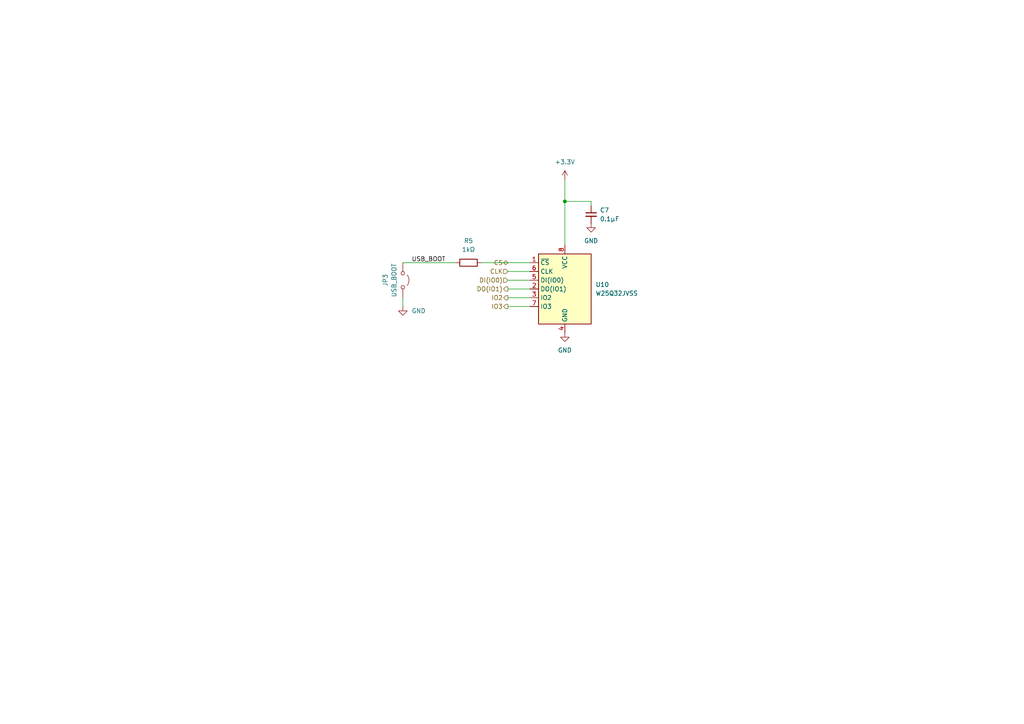
<source format=kicad_sch>
(kicad_sch (version 20231120) (generator "eeschema") (generator_version "8.0")
  (paper "A4")
  (lib_symbols
    (symbol "Device:C_Small" (pin_numbers hide) (pin_names (offset 0.254) hide)
      (property "Reference" "C" (at 0.254 1.778 0))
      (property "Value" "C_Small" (at 0.254 -2.032 0))
      (symbol "C_Small_0_1"
        (polyline (pts (xy -1.524 -0.508) (xy 1.524 -0.508)) (stroke (width 0.3302)))
        (polyline (pts (xy -1.524 0.508) (xy 1.524 0.508)) (stroke (width 0.3048)))
      )
      (symbol "C_Small_1_1"
        (pin passive line (at 0 2.54 270) (length 2.032) (name "~") (number "1"))
        (pin passive line (at 0 -2.54 90) (length 2.032) (name "~") (number "2"))
      )
    )
    (symbol "Device:R" (pin_numbers hide) (pin_names (offset 0))
      (property "Reference" "R" (at 2.032 0 90))
      (property "Value" "R" (at 0 0 90))
      (symbol "R_0_1"
        (rectangle (start -1.016 -2.54) (end 1.016 2.54) (stroke (width 0.254)))
      )
      (symbol "R_1_1"
        (pin passive line (at 0 3.81 270) (length 1.27) (name "~") (number "1"))
        (pin passive line (at 0 -3.81 90) (length 1.27) (name "~") (number "2"))
      )
    )
    (symbol "Jumper:Jumper_2_Open" (pin_numbers hide) (pin_names (offset 0) hide) (exclude_from_sim yes)
      (property "Reference" "JP" (at 0 2.794 0))
      (property "Value" "Jumper_2_Open" (at 0 -2.286 0))
      (symbol "Jumper_2_Open_0_0"
        (circle (center -2.032 0) (radius 0.508))
        (circle (center 2.032 0) (radius 0.508))
      )
      (symbol "Jumper_2_Open_0_1"
        (arc (start 1.524 1.27) (mid 0 1.778) (end -1.524 1.27))
      )
      (symbol "Jumper_2_Open_1_1"
        (pin passive line (at -5.08 0 0) (length 2.54) (name "A") (number "1"))
        (pin passive line (at 5.08 0 180) (length 2.54) (name "B") (number "2"))
      )
    )
    (symbol "Memory_Flash:W25Q32JVSS"
      (property "Reference" "U" (at -6.35 11.43 0))
      (property "Value" "W25Q32JVSS" (at 7.62 11.43 0))
      (symbol "W25Q32JVSS_0_1"
        (rectangle (start -7.62 10.16) (end 7.62 -10.16) (stroke (width 0.254)) (fill (type background)))
      )
      (symbol "W25Q32JVSS_1_1"
        (pin input line (at -10.16 7.62 0) (length 2.54) (name "~{CS}") (number "1"))
        (pin bidirectional line (at -10.16 0 0) (length 2.54) (name "DO(IO1)") (number "2"))
        (pin bidirectional line (at -10.16 -2.54 0) (length 2.54) (name "IO2") (number "3"))
        (pin power_in line (at 0 -12.7 90) (length 2.54) (name "GND") (number "4"))
        (pin bidirectional line (at -10.16 2.54 0) (length 2.54) (name "DI(IO0)") (number "5"))
        (pin input line (at -10.16 5.08 0) (length 2.54) (name "CLK") (number "6"))
        (pin bidirectional line (at -10.16 -5.08 0) (length 2.54) (name "IO3") (number "7"))
        (pin power_in line (at 0 12.7 270) (length 2.54) (name "VCC") (number "8"))
      )
    )
    (symbol "power:+3.3V" (power) (pin_numbers hide) (pin_names (offset 0) hide)
      (property "Value" "+3.3V" (at 0 3.556 0))
      (symbol "+3.3V_0_1"
        (polyline (pts (xy -0.762 1.27) (xy 0 2.54)))
        (polyline (pts (xy 0 0) (xy 0 2.54)))
        (polyline (pts (xy 0 2.54) (xy 0.762 1.27)))
      )
      (symbol "+3.3V_1_1"
        (pin power_in line (at 0 0 90) (length 0) (name "~") (number "1"))
      )
    )
    (symbol "power:GND" (power) (pin_numbers hide) (pin_names (offset 0) hide)
      (property "Value" "GND" (at 0 -3.81 0))
      (symbol "GND_0_1"
        (polyline (pts (xy 0 0) (xy 0 -1.27) (xy 1.27 -1.27) (xy 0 -2.54) (xy -1.27 -1.27) (xy 0 -1.27)))
      )
      (symbol "GND_1_1"
        (pin power_in line (at 0 0 270) (length 0) (name "~") (number "1"))
      )
    )
  )
  (junction (at 163.83 58.42))
  (wire (pts (xy 153.67 81.28) (xy 147.32 81.28)))
  (wire (pts (xy 139.7 76.2) (xy 153.67 76.2)))
  (wire (pts (xy 116.84 88.9) (xy 116.84 86.36)))
  (wire (pts (xy 153.67 86.36) (xy 147.32 86.36)))
  (wire (pts (xy 153.67 88.9) (xy 147.32 88.9)))
  (wire (pts (xy 171.45 58.42) (xy 171.45 59.69)))
  (wire (pts (xy 163.83 58.42) (xy 163.83 71.12)))
  (wire (pts (xy 153.67 78.74) (xy 147.32 78.74)))
  (wire (pts (xy 171.45 58.42) (xy 163.83 58.42)))
  (wire (pts (xy 153.67 83.82) (xy 147.32 83.82)))
  (wire (pts (xy 163.83 52.07) (xy 163.83 58.42)))
  (wire (pts (xy 116.84 76.2) (xy 132.08 76.2)))
  (label "USB_BOOT" (at 119.38 76.2 0))
  (hierarchical_label "DO(IO1)" (shape output) (at 147.32 83.82 180))
  (hierarchical_label "CLK" (shape input) (at 147.32 78.74 180))
  (hierarchical_label "IO2" (shape output) (at 147.32 86.36 180))
  (hierarchical_label "DI(IO0)" (shape input) (at 147.32 81.28 180))
  (hierarchical_label "IO3" (shape output) (at 147.32 88.9 180))
  (hierarchical_label "CS" (shape bidirectional) (at 147.32 76.2 180))
  (symbol (lib_id "power:GND") (at 163.83 96.52 0) (unit 1)
    (property "Reference" "#PWR020" (effects (hide yes)))
    (property "Value" "GND" (at 163.83 101.6 0))
    (property "Description" "Power symbol creates a global label with name \"GND\" , ground" (effects (hide yes)))
  )
  (symbol (lib_id "power:GND") (at 116.84 88.9 0) (unit 1)
    (property "Reference" "#PWR018" (effects (hide yes)))
    (property "Value" "GND" (at 119.38 90.1699 0) (effects (justify left)))
    (property "Description" "Power symbol creates a global label with name \"GND\" , ground" (effects (hide yes)))
  )
  (symbol (lib_id "Memory_Flash:W25Q32JVSS") (at 163.83 83.82 0) (unit 1)
    (property "Reference" "U10" (at 172.72 82.5499 0) (effects (justify left)))
    (property "Value" "W25Q32JVSS" (at 172.72 85.0899 0) (effects (justify left)))
    (property "Footprint" "Package_SO:SOIC-8_5.23x5.23mm_P1.27mm" (effects (hide yes)))
    (property "Datasheet" "http://www.winbond.com/resource-files/w25q32jv%20revg%2003272018%20plus.pdf" (effects (hide yes)))
    (property "Description" "32Mb Serial Flash Memory, Standard/Dual/Quad SPI, SOIC-8" (effects (hide yes)))
    (property "JLCPCB Part #" "C82344" (effects (hide yes)))
    (property "LCSC Part #" "C82344" (effects (hide yes)))
  )
  (symbol (lib_id "power:+3.3V") (at 163.83 52.07 0) (unit 1)
    (property "Reference" "#PWR019" (effects (hide yes)))
    (property "Value" "+3.3V" (at 163.83 46.99 0))
    (property "Description" "Power symbol creates a global label with name \"+3.3V\"" (effects (hide yes)))
  )
  (symbol (lib_id "power:GND") (at 171.45 64.77 0) (unit 1)
    (property "Reference" "#PWR021" (effects (hide yes)))
    (property "Value" "GND" (at 171.45 69.85 0))
    (property "Description" "Power symbol creates a global label with name \"GND\" , ground" (effects (hide yes)))
  )
  (symbol (lib_id "Device:R") (at 135.89 76.2 90) (unit 1)
    (property "Reference" "R5" (at 135.89 69.85 90))
    (property "Value" "1kΩ" (at 135.89 72.39 90))
    (property "Footprint" "Resistor_SMD:R_0603_1608Metric" (effects (hide yes)))
    (property "Description" "Resistor" (effects (hide yes)))
  )
  (symbol (lib_id "Jumper:Jumper_2_Open") (at 116.84 81.28 270) (mirror x) (unit 1) (exclude_from_sim yes)
    (property "Reference" "JP3" (at 111.76 81.28 0))
    (property "Value" "USB_BOOT" (at 114.3 81.28 0))
    (property "Footprint" "Jumper:SolderJumper-2_P1.3mm_Open_RoundedPad1.0x1.5mm" (effects (hide yes)))
    (property "Description" "Jumper, 2-pole, open" (effects (hide yes)))
  )
  (symbol (lib_id "Device:C_Small") (at 171.45 62.23 0) (unit 1)
    (property "Reference" "C7" (at 173.99 60.9662 0) (effects (justify left)))
    (property "Value" "0.1μF" (at 173.99 63.5062 0) (effects (justify left)))
    (property "Footprint" "Capacitor_SMD:C_0402_1005Metric" (effects (hide yes)))
    (property "Description" "Unpolarized capacitor, small symbol" (effects (hide yes)))
  )
)
</source>
